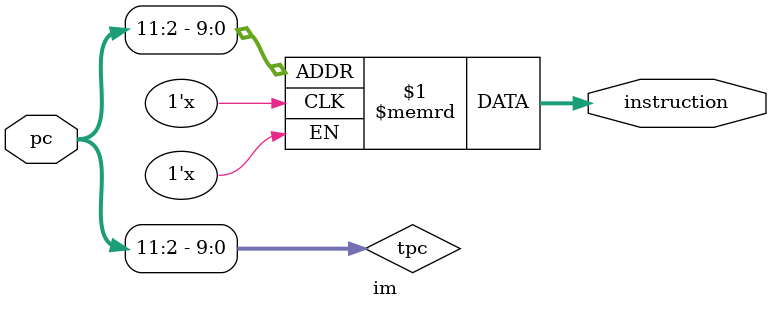
<source format=v>
module im(instruction,pc);  
  output [31:0] instruction;
  input [31:0] pc;
  reg [31:0] ins_memory[1023:0];
  wire [9:0]tpc;
  assign tpc = pc[11:2];
  assign  instruction = ins_memory[tpc];  
endmodule
</source>
